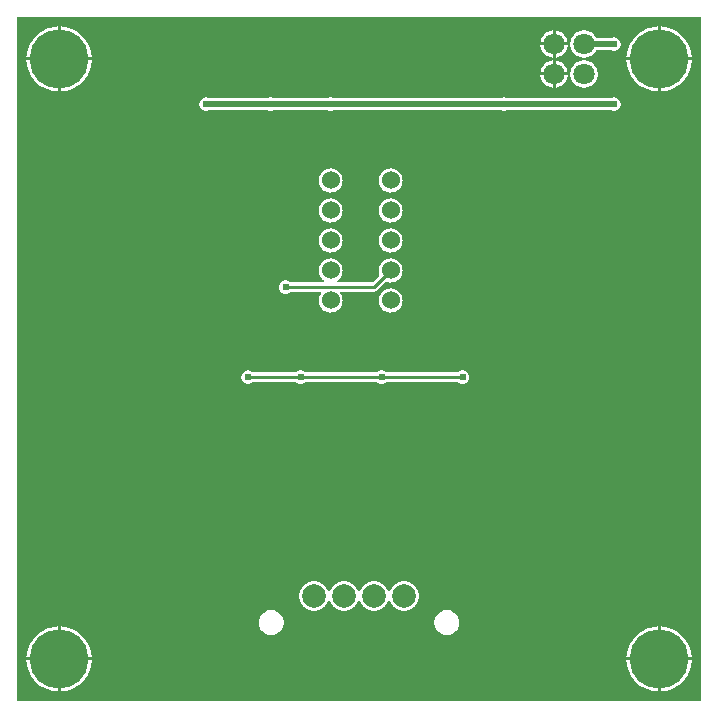
<source format=gbl>
G04 Layer: BottomLayer*
G04 Panelize: , Column: 2, Row: 2, Board Size: 58.42mm x 58.42mm, Panelized Board Size: 118.84mm x 118.84mm*
G04 EasyEDA v6.5.34, 2023-09-07 21:37:19*
G04 37d5d949b0044b0a9540a43f37a93ca3,5a6b42c53f6a479593ecc07194224c93,10*
G04 Gerber Generator version 0.2*
G04 Scale: 100 percent, Rotated: No, Reflected: No *
G04 Dimensions in millimeters *
G04 leading zeros omitted , absolute positions ,4 integer and 5 decimal *
%FSLAX45Y45*%
%MOMM*%

%ADD10C,0.2540*%
%ADD11C,0.5000*%
%ADD12C,1.5240*%
%ADD13C,5.0000*%
%ADD14C,2.0000*%
%ADD15C,1.8000*%
%ADD16C,0.6096*%
%ADD17C,0.0122*%

%LPD*%
G36*
X5805932Y25908D02*
G01*
X36068Y26416D01*
X32156Y27178D01*
X28905Y29362D01*
X26670Y32664D01*
X25908Y36576D01*
X25908Y5805932D01*
X26670Y5809843D01*
X28905Y5813094D01*
X32156Y5815330D01*
X36068Y5816092D01*
X5805932Y5816092D01*
X5809843Y5815330D01*
X5813094Y5813094D01*
X5815330Y5809843D01*
X5816092Y5805932D01*
X5816092Y36068D01*
X5815330Y32207D01*
X5813094Y28905D01*
X5809843Y26670D01*
G37*

%LPC*%
G36*
X3184296Y4076242D02*
G01*
X3197910Y4076700D01*
X3211372Y4078986D01*
X3224377Y4083050D01*
X3236772Y4088790D01*
X3248253Y4096105D01*
X3258667Y4104894D01*
X3267811Y4115003D01*
X3275533Y4126280D01*
X3281679Y4138422D01*
X3286150Y4151325D01*
X3288893Y4164685D01*
X3289757Y4178300D01*
X3288893Y4191914D01*
X3286150Y4205274D01*
X3281679Y4218127D01*
X3275533Y4230319D01*
X3267811Y4241546D01*
X3258667Y4251655D01*
X3248253Y4260494D01*
X3236772Y4267809D01*
X3224377Y4273550D01*
X3211372Y4277614D01*
X3197910Y4279849D01*
X3184296Y4280306D01*
X3170732Y4278934D01*
X3157474Y4275785D01*
X3144723Y4270908D01*
X3132785Y4264355D01*
X3121761Y4256227D01*
X3112008Y4246778D01*
X3103524Y4236059D01*
X3096564Y4224324D01*
X3091281Y4211777D01*
X3087674Y4198620D01*
X3085846Y4185107D01*
X3085846Y4171492D01*
X3087674Y4157979D01*
X3091281Y4144822D01*
X3096564Y4132275D01*
X3103524Y4120540D01*
X3112008Y4109821D01*
X3121761Y4100322D01*
X3132785Y4092244D01*
X3144723Y4085691D01*
X3157474Y4080814D01*
X3170732Y4077614D01*
G37*
G36*
X393700Y105562D02*
G01*
X398322Y105664D01*
X421284Y108051D01*
X443992Y112369D01*
X466242Y118618D01*
X487934Y126644D01*
X508812Y136499D01*
X528828Y148031D01*
X547827Y161239D01*
X565607Y175971D01*
X582117Y192125D01*
X597204Y209600D01*
X610819Y228295D01*
X622757Y248107D01*
X633018Y268782D01*
X641553Y290271D01*
X648208Y312369D01*
X653034Y334975D01*
X655929Y357936D01*
X656336Y368300D01*
X393700Y368300D01*
G37*
G36*
X5448300Y105613D02*
G01*
X5448300Y368300D01*
X5185410Y368300D01*
X5187289Y346405D01*
X5191150Y323646D01*
X5196890Y301244D01*
X5204460Y279450D01*
X5213858Y258317D01*
X5224983Y238099D01*
X5237784Y218846D01*
X5252161Y200710D01*
X5267960Y183896D01*
X5285130Y168402D01*
X5303520Y154432D01*
X5323027Y142087D01*
X5343499Y131368D01*
X5364835Y122428D01*
X5386781Y115265D01*
X5409285Y109982D01*
X5432145Y106629D01*
G37*
G36*
X368300Y105613D02*
G01*
X368300Y368300D01*
X105410Y368300D01*
X107289Y346405D01*
X111150Y323646D01*
X116890Y301244D01*
X124460Y279450D01*
X133858Y258317D01*
X144983Y238099D01*
X157784Y218846D01*
X172161Y200710D01*
X187960Y183896D01*
X205130Y168402D01*
X223520Y154432D01*
X243027Y142087D01*
X263499Y131368D01*
X284835Y122428D01*
X306781Y115265D01*
X329285Y109982D01*
X352145Y106629D01*
G37*
G36*
X393700Y393700D02*
G01*
X656336Y393700D01*
X655929Y404063D01*
X653034Y427024D01*
X648208Y449630D01*
X641553Y471728D01*
X633018Y493217D01*
X622757Y513892D01*
X610819Y533704D01*
X597204Y552348D01*
X582117Y569874D01*
X565607Y586028D01*
X547827Y600760D01*
X528828Y613968D01*
X508812Y625500D01*
X487934Y635355D01*
X466242Y643382D01*
X443992Y649630D01*
X421284Y653948D01*
X398322Y656336D01*
X393700Y656437D01*
G37*
G36*
X5473700Y393700D02*
G01*
X5736336Y393700D01*
X5735929Y404063D01*
X5733034Y427024D01*
X5728208Y449630D01*
X5721553Y471728D01*
X5713018Y493217D01*
X5702757Y513892D01*
X5690819Y533704D01*
X5677204Y552348D01*
X5662117Y569874D01*
X5645607Y586028D01*
X5627827Y600760D01*
X5608828Y613968D01*
X5588812Y625500D01*
X5567934Y635355D01*
X5546242Y643382D01*
X5523992Y649630D01*
X5501284Y653948D01*
X5478322Y656336D01*
X5473700Y656437D01*
G37*
G36*
X5185410Y393700D02*
G01*
X5448300Y393700D01*
X5448300Y656386D01*
X5432145Y655370D01*
X5409285Y652018D01*
X5386781Y646734D01*
X5364835Y639572D01*
X5343499Y630631D01*
X5323027Y619912D01*
X5303520Y607568D01*
X5285130Y593598D01*
X5267960Y578104D01*
X5252161Y561289D01*
X5237784Y543153D01*
X5224983Y523900D01*
X5213858Y503682D01*
X5204460Y482549D01*
X5196890Y460756D01*
X5191150Y438353D01*
X5187289Y415594D01*
G37*
G36*
X105410Y393700D02*
G01*
X368300Y393700D01*
X368300Y656386D01*
X352145Y655370D01*
X329285Y652018D01*
X306781Y646734D01*
X284835Y639572D01*
X263499Y630631D01*
X243027Y619912D01*
X223520Y607568D01*
X205130Y593598D01*
X187960Y578104D01*
X172161Y561289D01*
X157784Y543153D01*
X144983Y523900D01*
X133858Y503682D01*
X124460Y482549D01*
X116890Y460756D01*
X111150Y438353D01*
X107289Y415594D01*
G37*
G36*
X2177440Y583488D02*
G01*
X2191258Y584403D01*
X2204821Y587095D01*
X2217978Y591566D01*
X2230374Y597662D01*
X2241905Y605383D01*
X2252319Y614527D01*
X2261463Y624941D01*
X2269134Y636422D01*
X2275281Y648868D01*
X2279700Y661974D01*
X2282444Y675538D01*
X2283307Y689356D01*
X2282444Y703224D01*
X2279700Y716788D01*
X2275281Y729894D01*
X2269134Y742340D01*
X2261463Y753821D01*
X2252319Y764235D01*
X2241905Y773379D01*
X2230374Y781100D01*
X2217978Y787196D01*
X2204821Y791667D01*
X2191258Y794359D01*
X2177440Y795274D01*
X2163622Y794359D01*
X2150059Y791667D01*
X2136902Y787196D01*
X2124506Y781100D01*
X2112975Y773379D01*
X2102561Y764235D01*
X2093417Y753821D01*
X2085746Y742340D01*
X2079599Y729894D01*
X2075180Y716788D01*
X2072436Y703224D01*
X2071573Y689356D01*
X2072436Y675538D01*
X2075180Y661974D01*
X2079599Y648868D01*
X2085746Y636422D01*
X2093417Y624941D01*
X2102561Y614527D01*
X2112975Y605383D01*
X2124506Y597662D01*
X2136902Y591566D01*
X2150059Y587095D01*
X2163622Y584403D01*
G37*
G36*
X3664559Y583488D02*
G01*
X3678377Y584403D01*
X3691940Y587095D01*
X3705047Y591566D01*
X3717493Y597662D01*
X3728974Y605383D01*
X3739387Y614527D01*
X3748532Y624941D01*
X3756253Y636422D01*
X3762349Y648868D01*
X3766820Y661974D01*
X3769512Y675538D01*
X3770426Y689356D01*
X3769512Y703224D01*
X3766820Y716788D01*
X3762349Y729894D01*
X3756253Y742340D01*
X3748532Y753821D01*
X3739387Y764235D01*
X3728974Y773379D01*
X3717493Y781100D01*
X3705047Y787196D01*
X3691940Y791667D01*
X3678377Y794359D01*
X3664559Y795274D01*
X3650691Y794359D01*
X3637127Y791667D01*
X3624021Y787196D01*
X3611575Y781100D01*
X3600094Y773379D01*
X3589680Y764235D01*
X3580536Y753821D01*
X3572814Y742340D01*
X3566718Y729894D01*
X3562248Y716788D01*
X3559556Y703224D01*
X3558641Y689356D01*
X3559556Y675538D01*
X3562248Y661974D01*
X3566718Y648868D01*
X3572814Y636422D01*
X3580536Y624941D01*
X3589680Y614527D01*
X3600094Y605383D01*
X3611575Y597662D01*
X3624021Y591566D01*
X3637127Y587095D01*
X3650691Y584403D01*
G37*
G36*
X2540000Y788517D02*
G01*
X2555189Y789432D01*
X2570124Y792175D01*
X2584653Y796696D01*
X2598521Y802894D01*
X2611526Y810768D01*
X2623464Y820166D01*
X2634234Y830884D01*
X2643581Y842873D01*
X2651455Y855878D01*
X2657754Y869797D01*
X2659938Y872947D01*
X2663190Y875080D01*
X2667000Y875792D01*
X2670810Y875080D01*
X2674061Y872947D01*
X2676245Y869797D01*
X2682544Y855878D01*
X2690418Y842873D01*
X2699766Y830884D01*
X2710535Y820166D01*
X2722473Y810768D01*
X2735478Y802894D01*
X2749346Y796696D01*
X2763875Y792175D01*
X2778810Y789432D01*
X2794000Y788517D01*
X2809189Y789432D01*
X2824124Y792175D01*
X2838653Y796696D01*
X2852521Y802894D01*
X2865526Y810768D01*
X2877464Y820166D01*
X2888234Y830884D01*
X2897581Y842873D01*
X2905455Y855878D01*
X2911754Y869797D01*
X2913938Y872947D01*
X2917190Y875080D01*
X2921000Y875792D01*
X2924810Y875080D01*
X2928061Y872947D01*
X2930245Y869797D01*
X2936544Y855878D01*
X2944418Y842873D01*
X2953766Y830884D01*
X2964535Y820166D01*
X2976473Y810768D01*
X2989478Y802894D01*
X3003346Y796696D01*
X3017875Y792175D01*
X3032810Y789432D01*
X3048000Y788517D01*
X3063189Y789432D01*
X3078124Y792175D01*
X3092653Y796696D01*
X3106521Y802894D01*
X3119526Y810768D01*
X3131464Y820166D01*
X3142234Y830884D01*
X3151581Y842873D01*
X3159455Y855878D01*
X3165754Y869797D01*
X3167938Y872947D01*
X3171190Y875080D01*
X3175000Y875792D01*
X3178810Y875080D01*
X3182061Y872947D01*
X3184245Y869797D01*
X3190544Y855878D01*
X3198418Y842873D01*
X3207766Y830884D01*
X3218535Y820166D01*
X3230473Y810768D01*
X3243478Y802894D01*
X3257346Y796696D01*
X3271875Y792175D01*
X3286810Y789432D01*
X3302000Y788517D01*
X3317189Y789432D01*
X3332124Y792175D01*
X3346653Y796696D01*
X3360521Y802894D01*
X3373526Y810768D01*
X3385464Y820166D01*
X3396234Y830884D01*
X3405581Y842873D01*
X3413455Y855878D01*
X3419703Y869746D01*
X3424224Y884275D01*
X3426968Y899210D01*
X3427882Y914400D01*
X3426968Y929538D01*
X3424224Y944524D01*
X3419703Y959053D01*
X3413455Y972870D01*
X3405581Y985875D01*
X3396234Y997864D01*
X3385464Y1008634D01*
X3373526Y1017981D01*
X3360521Y1025855D01*
X3346653Y1032103D01*
X3332124Y1036624D01*
X3317189Y1039368D01*
X3302000Y1040282D01*
X3286810Y1039368D01*
X3271875Y1036624D01*
X3257346Y1032103D01*
X3243478Y1025855D01*
X3230473Y1017981D01*
X3218535Y1008634D01*
X3207766Y997864D01*
X3198418Y985875D01*
X3190544Y972870D01*
X3184245Y958951D01*
X3182061Y955802D01*
X3178810Y953719D01*
X3175000Y952957D01*
X3171190Y953719D01*
X3167938Y955802D01*
X3165754Y958951D01*
X3159455Y972870D01*
X3151581Y985875D01*
X3142234Y997864D01*
X3131464Y1008634D01*
X3119526Y1017981D01*
X3106521Y1025855D01*
X3092653Y1032103D01*
X3078124Y1036624D01*
X3063189Y1039368D01*
X3048000Y1040282D01*
X3032810Y1039368D01*
X3017875Y1036624D01*
X3003346Y1032103D01*
X2989478Y1025855D01*
X2976473Y1017981D01*
X2964535Y1008634D01*
X2953766Y997864D01*
X2944418Y985875D01*
X2936544Y972870D01*
X2930245Y958951D01*
X2928061Y955802D01*
X2924810Y953719D01*
X2921000Y952957D01*
X2917190Y953719D01*
X2913938Y955802D01*
X2911754Y958951D01*
X2905455Y972870D01*
X2897581Y985875D01*
X2888234Y997864D01*
X2877464Y1008634D01*
X2865526Y1017981D01*
X2852521Y1025855D01*
X2838653Y1032103D01*
X2824124Y1036624D01*
X2809189Y1039368D01*
X2794000Y1040282D01*
X2778810Y1039368D01*
X2763875Y1036624D01*
X2749346Y1032103D01*
X2735478Y1025855D01*
X2722473Y1017981D01*
X2710535Y1008634D01*
X2699766Y997864D01*
X2690418Y985875D01*
X2682544Y972870D01*
X2676245Y958951D01*
X2674061Y955802D01*
X2670810Y953719D01*
X2667000Y952957D01*
X2663190Y953719D01*
X2659938Y955802D01*
X2657754Y958951D01*
X2651455Y972870D01*
X2643581Y985875D01*
X2634234Y997864D01*
X2623464Y1008634D01*
X2611526Y1017981D01*
X2598521Y1025855D01*
X2584653Y1032103D01*
X2570124Y1036624D01*
X2555189Y1039368D01*
X2540000Y1040282D01*
X2524810Y1039368D01*
X2509875Y1036624D01*
X2495346Y1032103D01*
X2481478Y1025855D01*
X2468473Y1017981D01*
X2456535Y1008634D01*
X2445766Y997864D01*
X2436418Y985875D01*
X2428544Y972870D01*
X2422296Y959053D01*
X2417775Y944524D01*
X2415032Y929538D01*
X2414117Y914400D01*
X2415032Y899210D01*
X2417775Y884275D01*
X2422296Y869746D01*
X2428544Y855878D01*
X2436418Y842873D01*
X2445766Y830884D01*
X2456535Y820166D01*
X2468473Y810768D01*
X2481478Y802894D01*
X2495346Y796696D01*
X2509875Y792175D01*
X2524810Y789432D01*
G37*
G36*
X4584700Y5600700D02*
G01*
X4687112Y5600700D01*
X4686960Y5602528D01*
X4684268Y5616803D01*
X4679746Y5630672D01*
X4673549Y5643829D01*
X4665776Y5656122D01*
X4656480Y5667349D01*
X4645863Y5677306D01*
X4634077Y5685840D01*
X4621326Y5692851D01*
X4607814Y5698236D01*
X4593691Y5701842D01*
X4584700Y5702960D01*
G37*
G36*
X4456887Y5600700D02*
G01*
X4559300Y5600700D01*
X4559300Y5702960D01*
X4550308Y5701842D01*
X4536186Y5698236D01*
X4522673Y5692851D01*
X4509922Y5685840D01*
X4498136Y5677306D01*
X4487519Y5667349D01*
X4478223Y5656122D01*
X4470450Y5643829D01*
X4464253Y5630672D01*
X4459732Y5616803D01*
X4457039Y5602528D01*
G37*
G36*
X105410Y5473700D02*
G01*
X368300Y5473700D01*
X368300Y5736386D01*
X352145Y5735370D01*
X329285Y5732018D01*
X306781Y5726734D01*
X284835Y5719572D01*
X263499Y5710631D01*
X243027Y5699912D01*
X223520Y5687568D01*
X205130Y5673598D01*
X187960Y5658104D01*
X172161Y5641289D01*
X157784Y5623153D01*
X144983Y5603900D01*
X133858Y5583682D01*
X124460Y5562549D01*
X116890Y5540756D01*
X111150Y5518353D01*
X107289Y5495594D01*
G37*
G36*
X5185410Y5473700D02*
G01*
X5448300Y5473700D01*
X5448300Y5736386D01*
X5432145Y5735370D01*
X5409285Y5732018D01*
X5386781Y5726734D01*
X5364835Y5719572D01*
X5343499Y5710631D01*
X5323027Y5699912D01*
X5303520Y5687568D01*
X5285130Y5673598D01*
X5267960Y5658104D01*
X5252161Y5641289D01*
X5237784Y5623153D01*
X5224983Y5603900D01*
X5213858Y5583682D01*
X5204460Y5562549D01*
X5196890Y5540756D01*
X5191150Y5518353D01*
X5187289Y5495594D01*
G37*
G36*
X393700Y5473700D02*
G01*
X656336Y5473700D01*
X655929Y5484063D01*
X653034Y5507024D01*
X648208Y5529630D01*
X641553Y5551728D01*
X633018Y5573217D01*
X622757Y5593892D01*
X610819Y5613704D01*
X597204Y5632348D01*
X582117Y5649874D01*
X565607Y5666028D01*
X547827Y5680760D01*
X528828Y5693968D01*
X508812Y5705500D01*
X487934Y5715355D01*
X466242Y5723382D01*
X443992Y5729630D01*
X421284Y5733948D01*
X398322Y5736336D01*
X393700Y5736437D01*
G37*
G36*
X5473700Y5473700D02*
G01*
X5736336Y5473700D01*
X5735929Y5484063D01*
X5733034Y5507024D01*
X5728208Y5529630D01*
X5721553Y5551728D01*
X5713018Y5573217D01*
X5702757Y5593892D01*
X5690819Y5613704D01*
X5677204Y5632348D01*
X5662117Y5649874D01*
X5645607Y5666028D01*
X5627827Y5680760D01*
X5608828Y5693968D01*
X5588812Y5705500D01*
X5567934Y5715355D01*
X5546242Y5723382D01*
X5523992Y5729630D01*
X5501284Y5733948D01*
X5478322Y5736336D01*
X5473700Y5736437D01*
G37*
G36*
X1981200Y2712262D02*
G01*
X1991004Y2713126D01*
X2000453Y2715666D01*
X2009393Y2719781D01*
X2017420Y2725420D01*
X2018995Y2726994D01*
X2022297Y2729230D01*
X2026157Y2729992D01*
X2380691Y2729992D01*
X2384602Y2729230D01*
X2387904Y2726994D01*
X2389479Y2725420D01*
X2397506Y2719781D01*
X2406446Y2715666D01*
X2415895Y2713126D01*
X2425700Y2712262D01*
X2435504Y2713126D01*
X2444953Y2715666D01*
X2453894Y2719781D01*
X2461920Y2725420D01*
X2463495Y2726994D01*
X2466797Y2729230D01*
X2470658Y2729992D01*
X3066491Y2729992D01*
X3070402Y2729230D01*
X3073704Y2726994D01*
X3075279Y2725420D01*
X3083306Y2719781D01*
X3092246Y2715666D01*
X3101695Y2713126D01*
X3111500Y2712262D01*
X3121304Y2713126D01*
X3130753Y2715666D01*
X3139694Y2719781D01*
X3147720Y2725420D01*
X3149295Y2726994D01*
X3152597Y2729230D01*
X3156458Y2729992D01*
X3752291Y2729992D01*
X3756202Y2729230D01*
X3759504Y2726994D01*
X3761079Y2725420D01*
X3769106Y2719781D01*
X3777996Y2715666D01*
X3787495Y2713126D01*
X3797300Y2712262D01*
X3807053Y2713126D01*
X3816553Y2715666D01*
X3825443Y2719781D01*
X3833520Y2725420D01*
X3840479Y2732379D01*
X3846068Y2740406D01*
X3850233Y2749346D01*
X3852773Y2758795D01*
X3853637Y2768600D01*
X3852773Y2778404D01*
X3850233Y2787853D01*
X3846068Y2796794D01*
X3840479Y2804820D01*
X3833520Y2811780D01*
X3825443Y2817418D01*
X3816553Y2821533D01*
X3807053Y2824073D01*
X3797300Y2824937D01*
X3787495Y2824073D01*
X3777996Y2821533D01*
X3769106Y2817418D01*
X3761079Y2811780D01*
X3759504Y2810154D01*
X3756202Y2807970D01*
X3752291Y2807208D01*
X3156458Y2807208D01*
X3152597Y2807970D01*
X3149295Y2810154D01*
X3147720Y2811780D01*
X3139694Y2817418D01*
X3130753Y2821533D01*
X3121304Y2824073D01*
X3111500Y2824937D01*
X3101695Y2824073D01*
X3092246Y2821533D01*
X3083306Y2817418D01*
X3075279Y2811780D01*
X3073704Y2810154D01*
X3070402Y2807970D01*
X3066491Y2807208D01*
X2470658Y2807208D01*
X2466797Y2807970D01*
X2463495Y2810154D01*
X2461920Y2811780D01*
X2453894Y2817418D01*
X2444953Y2821533D01*
X2435504Y2824073D01*
X2425700Y2824937D01*
X2415895Y2824073D01*
X2406446Y2821533D01*
X2397506Y2817418D01*
X2389479Y2811780D01*
X2387904Y2810154D01*
X2384602Y2807970D01*
X2380691Y2807208D01*
X2026157Y2807208D01*
X2022297Y2807970D01*
X2018995Y2810154D01*
X2017420Y2811780D01*
X2009393Y2817418D01*
X2000453Y2821533D01*
X1991004Y2824073D01*
X1981200Y2824937D01*
X1971395Y2824073D01*
X1961946Y2821533D01*
X1953006Y2817418D01*
X1944979Y2811780D01*
X1938020Y2804820D01*
X1932381Y2796794D01*
X1928266Y2787853D01*
X1925726Y2778404D01*
X1924862Y2768600D01*
X1925726Y2758795D01*
X1928266Y2749346D01*
X1932381Y2740406D01*
X1938020Y2732379D01*
X1944979Y2725420D01*
X1953006Y2719781D01*
X1961946Y2715666D01*
X1971395Y2713126D01*
G37*
G36*
X4559300Y5473039D02*
G01*
X4559300Y5575300D01*
X4456887Y5575300D01*
X4457039Y5573471D01*
X4459732Y5559196D01*
X4464253Y5545328D01*
X4470450Y5532170D01*
X4478223Y5519877D01*
X4487519Y5508650D01*
X4498136Y5498693D01*
X4509922Y5490159D01*
X4522673Y5483148D01*
X4536186Y5477764D01*
X4550308Y5474157D01*
G37*
G36*
X4584700Y5473039D02*
G01*
X4593691Y5474157D01*
X4607814Y5477764D01*
X4621326Y5483148D01*
X4634077Y5490159D01*
X4645863Y5498693D01*
X4656480Y5508650D01*
X4665776Y5519877D01*
X4673549Y5532170D01*
X4679746Y5545328D01*
X4684268Y5559196D01*
X4686960Y5573471D01*
X4687112Y5575300D01*
X4584700Y5575300D01*
G37*
G36*
X4818735Y5472328D02*
G01*
X4833264Y5472328D01*
X4847691Y5474157D01*
X4861814Y5477764D01*
X4875326Y5483148D01*
X4888077Y5490159D01*
X4899863Y5498693D01*
X4910480Y5508650D01*
X4919776Y5519877D01*
X4927701Y5532374D01*
X4929936Y5534914D01*
X4932934Y5536539D01*
X4936286Y5537098D01*
X5054092Y5537098D01*
X5058410Y5536133D01*
X5060746Y5535066D01*
X5070195Y5532526D01*
X5080000Y5531662D01*
X5089804Y5532526D01*
X5099253Y5535066D01*
X5108194Y5539181D01*
X5116220Y5544820D01*
X5123180Y5551779D01*
X5128818Y5559806D01*
X5132933Y5568746D01*
X5135473Y5578195D01*
X5136337Y5588000D01*
X5135473Y5597804D01*
X5132933Y5607253D01*
X5128818Y5616194D01*
X5123180Y5624220D01*
X5116220Y5631180D01*
X5108194Y5636818D01*
X5099253Y5640933D01*
X5089804Y5643473D01*
X5080000Y5644337D01*
X5070195Y5643473D01*
X5060746Y5640933D01*
X5058410Y5639866D01*
X5054092Y5638901D01*
X4936286Y5638901D01*
X4932934Y5639460D01*
X4929936Y5641086D01*
X4927701Y5643626D01*
X4919776Y5656122D01*
X4910480Y5667349D01*
X4899863Y5677306D01*
X4888077Y5685840D01*
X4875326Y5692851D01*
X4861814Y5698236D01*
X4847691Y5701842D01*
X4833264Y5703671D01*
X4818735Y5703671D01*
X4804308Y5701842D01*
X4790186Y5698236D01*
X4776673Y5692851D01*
X4763922Y5685840D01*
X4752136Y5677306D01*
X4741519Y5667349D01*
X4732223Y5656122D01*
X4724450Y5643829D01*
X4718253Y5630672D01*
X4713732Y5616803D01*
X4711039Y5602528D01*
X4710125Y5588000D01*
X4711039Y5573471D01*
X4713732Y5559196D01*
X4718253Y5545328D01*
X4724450Y5532170D01*
X4732223Y5519877D01*
X4741519Y5508650D01*
X4752136Y5498693D01*
X4763922Y5490159D01*
X4776673Y5483148D01*
X4790186Y5477764D01*
X4804308Y5474157D01*
G37*
G36*
X4584700Y5346700D02*
G01*
X4687112Y5346700D01*
X4686960Y5348528D01*
X4684268Y5362803D01*
X4679746Y5376672D01*
X4673549Y5389829D01*
X4665776Y5402122D01*
X4656480Y5413349D01*
X4645863Y5423306D01*
X4634077Y5431840D01*
X4621326Y5438851D01*
X4607814Y5444236D01*
X4593691Y5447842D01*
X4584700Y5448960D01*
G37*
G36*
X4456887Y5346700D02*
G01*
X4559300Y5346700D01*
X4559300Y5448960D01*
X4550308Y5447842D01*
X4536186Y5444236D01*
X4522673Y5438851D01*
X4509922Y5431840D01*
X4498136Y5423306D01*
X4487519Y5413349D01*
X4478223Y5402122D01*
X4470450Y5389829D01*
X4464253Y5376672D01*
X4459732Y5362803D01*
X4457039Y5348528D01*
G37*
G36*
X4559300Y5219039D02*
G01*
X4559300Y5321300D01*
X4456887Y5321300D01*
X4457039Y5319471D01*
X4459732Y5305196D01*
X4464253Y5291328D01*
X4470450Y5278170D01*
X4478223Y5265877D01*
X4487519Y5254650D01*
X4498136Y5244693D01*
X4509922Y5236159D01*
X4522673Y5229148D01*
X4536186Y5223764D01*
X4550308Y5220157D01*
G37*
G36*
X3184296Y3314242D02*
G01*
X3197910Y3314700D01*
X3211372Y3316986D01*
X3224377Y3321050D01*
X3236772Y3326790D01*
X3248253Y3334105D01*
X3258667Y3342894D01*
X3267811Y3353003D01*
X3275533Y3364280D01*
X3281679Y3376422D01*
X3286150Y3389325D01*
X3288893Y3402685D01*
X3289757Y3416300D01*
X3288893Y3429914D01*
X3286150Y3443274D01*
X3281679Y3456127D01*
X3275533Y3468319D01*
X3267811Y3479546D01*
X3258667Y3489655D01*
X3248253Y3498494D01*
X3236772Y3505809D01*
X3224377Y3511550D01*
X3211372Y3515614D01*
X3197910Y3517849D01*
X3184296Y3518306D01*
X3170732Y3516934D01*
X3157474Y3513785D01*
X3144723Y3508908D01*
X3132785Y3502355D01*
X3121761Y3494227D01*
X3112008Y3484778D01*
X3103524Y3474059D01*
X3096564Y3462324D01*
X3091281Y3449777D01*
X3087674Y3436620D01*
X3085846Y3423107D01*
X3085846Y3409492D01*
X3087674Y3395979D01*
X3091281Y3382822D01*
X3096564Y3370275D01*
X3103524Y3358540D01*
X3112008Y3347821D01*
X3121761Y3338322D01*
X3132785Y3330244D01*
X3144723Y3323691D01*
X3157474Y3318814D01*
X3170732Y3315614D01*
G37*
G36*
X2676296Y3314242D02*
G01*
X2689910Y3314700D01*
X2703372Y3316986D01*
X2716377Y3321050D01*
X2728772Y3326790D01*
X2740253Y3334105D01*
X2750667Y3342894D01*
X2759811Y3353003D01*
X2767533Y3364280D01*
X2773680Y3376422D01*
X2778150Y3389325D01*
X2780893Y3402685D01*
X2781757Y3416300D01*
X2780893Y3429914D01*
X2778150Y3443274D01*
X2773680Y3456127D01*
X2767533Y3468319D01*
X2762199Y3476091D01*
X2760573Y3480155D01*
X2760776Y3484524D01*
X2762808Y3488385D01*
X2766314Y3491026D01*
X2770581Y3491992D01*
X3047492Y3491992D01*
X3055518Y3492754D01*
X3062732Y3494989D01*
X3069437Y3498545D01*
X3075635Y3503625D01*
X3143656Y3571646D01*
X3146856Y3573830D01*
X3150666Y3574592D01*
X3154476Y3573932D01*
X3157474Y3572814D01*
X3170732Y3569614D01*
X3184296Y3568242D01*
X3197910Y3568700D01*
X3211372Y3570986D01*
X3224377Y3575050D01*
X3236772Y3580790D01*
X3248253Y3588105D01*
X3258667Y3596894D01*
X3267811Y3607003D01*
X3275533Y3618280D01*
X3281679Y3630422D01*
X3286150Y3643325D01*
X3288893Y3656685D01*
X3289757Y3670300D01*
X3288893Y3683914D01*
X3286150Y3697274D01*
X3281679Y3710127D01*
X3275533Y3722319D01*
X3267811Y3733546D01*
X3258667Y3743655D01*
X3248253Y3752494D01*
X3236772Y3759809D01*
X3224377Y3765550D01*
X3211372Y3769614D01*
X3197910Y3771849D01*
X3184296Y3772306D01*
X3170732Y3770934D01*
X3157474Y3767785D01*
X3144723Y3762908D01*
X3132785Y3756355D01*
X3121761Y3748227D01*
X3112008Y3738778D01*
X3103524Y3728059D01*
X3096564Y3716324D01*
X3091281Y3703777D01*
X3087674Y3690620D01*
X3085846Y3677107D01*
X3085846Y3663492D01*
X3087674Y3649979D01*
X3091535Y3635959D01*
X3091840Y3632454D01*
X3090926Y3628999D01*
X3088894Y3626104D01*
X3034995Y3572154D01*
X3031693Y3569970D01*
X3027781Y3569208D01*
X2745435Y3569208D01*
X2741218Y3570122D01*
X2737764Y3572713D01*
X2735681Y3576523D01*
X2735376Y3580841D01*
X2736900Y3584854D01*
X2740253Y3588105D01*
X2750667Y3596894D01*
X2759811Y3607003D01*
X2767533Y3618280D01*
X2773680Y3630422D01*
X2778150Y3643325D01*
X2780893Y3656685D01*
X2781757Y3670300D01*
X2780893Y3683914D01*
X2778150Y3697274D01*
X2773680Y3710127D01*
X2767533Y3722319D01*
X2759811Y3733546D01*
X2750667Y3743655D01*
X2740253Y3752494D01*
X2728772Y3759809D01*
X2716377Y3765550D01*
X2703372Y3769614D01*
X2689910Y3771849D01*
X2676296Y3772306D01*
X2662732Y3770934D01*
X2649474Y3767785D01*
X2636723Y3762908D01*
X2624785Y3756355D01*
X2613761Y3748227D01*
X2604008Y3738778D01*
X2595524Y3728059D01*
X2588564Y3716324D01*
X2583281Y3703777D01*
X2579674Y3690620D01*
X2577846Y3677107D01*
X2577846Y3663492D01*
X2579674Y3649979D01*
X2583281Y3636822D01*
X2588564Y3624275D01*
X2595524Y3612540D01*
X2604008Y3601821D01*
X2613761Y3592322D01*
X2620314Y3587546D01*
X2623108Y3584397D01*
X2624378Y3580384D01*
X2623921Y3576167D01*
X2621788Y3572560D01*
X2618384Y3570071D01*
X2614269Y3569208D01*
X2343658Y3569208D01*
X2339797Y3569970D01*
X2336495Y3572154D01*
X2334920Y3573779D01*
X2326894Y3579368D01*
X2317953Y3583533D01*
X2308504Y3586073D01*
X2298700Y3586937D01*
X2288895Y3586073D01*
X2279446Y3583533D01*
X2270506Y3579368D01*
X2262479Y3573779D01*
X2255520Y3566820D01*
X2249881Y3558743D01*
X2245766Y3549853D01*
X2243226Y3540353D01*
X2242362Y3530600D01*
X2243226Y3520795D01*
X2245766Y3511296D01*
X2249881Y3502406D01*
X2255520Y3494379D01*
X2262479Y3487420D01*
X2270506Y3481781D01*
X2279446Y3477666D01*
X2288895Y3475075D01*
X2298700Y3474262D01*
X2308504Y3475075D01*
X2317953Y3477666D01*
X2326894Y3481781D01*
X2334920Y3487420D01*
X2336495Y3488994D01*
X2339797Y3491229D01*
X2343658Y3491992D01*
X2588717Y3491992D01*
X2593086Y3490976D01*
X2596642Y3488182D01*
X2598623Y3484118D01*
X2598623Y3479596D01*
X2596692Y3475532D01*
X2595524Y3474059D01*
X2588564Y3462324D01*
X2583281Y3449777D01*
X2579674Y3436620D01*
X2577846Y3423107D01*
X2577846Y3409492D01*
X2579674Y3395979D01*
X2583281Y3382822D01*
X2588564Y3370275D01*
X2595524Y3358540D01*
X2604008Y3347821D01*
X2613761Y3338322D01*
X2624785Y3330244D01*
X2636723Y3323691D01*
X2649474Y3318814D01*
X2662732Y3315614D01*
G37*
G36*
X4584700Y5219039D02*
G01*
X4593691Y5220157D01*
X4607814Y5223764D01*
X4621326Y5229148D01*
X4634077Y5236159D01*
X4645863Y5244693D01*
X4656480Y5254650D01*
X4665776Y5265877D01*
X4673549Y5278170D01*
X4679746Y5291328D01*
X4684268Y5305196D01*
X4686960Y5319471D01*
X4687112Y5321300D01*
X4584700Y5321300D01*
G37*
G36*
X4818735Y5218328D02*
G01*
X4833264Y5218328D01*
X4847691Y5220157D01*
X4861814Y5223764D01*
X4875326Y5229148D01*
X4888077Y5236159D01*
X4899863Y5244693D01*
X4910480Y5254650D01*
X4919776Y5265877D01*
X4927549Y5278170D01*
X4933746Y5291328D01*
X4938268Y5305196D01*
X4940960Y5319471D01*
X4941874Y5334000D01*
X4940960Y5348528D01*
X4938268Y5362803D01*
X4933746Y5376672D01*
X4927549Y5389829D01*
X4919776Y5402122D01*
X4910480Y5413349D01*
X4899863Y5423306D01*
X4888077Y5431840D01*
X4875326Y5438851D01*
X4861814Y5444236D01*
X4847691Y5447842D01*
X4833264Y5449671D01*
X4818735Y5449671D01*
X4804308Y5447842D01*
X4790186Y5444236D01*
X4776673Y5438851D01*
X4763922Y5431840D01*
X4752136Y5423306D01*
X4741519Y5413349D01*
X4732223Y5402122D01*
X4724450Y5389829D01*
X4718253Y5376672D01*
X4713732Y5362803D01*
X4711039Y5348528D01*
X4710125Y5334000D01*
X4711039Y5319471D01*
X4713732Y5305196D01*
X4718253Y5291328D01*
X4724450Y5278170D01*
X4732223Y5265877D01*
X4741519Y5254650D01*
X4752136Y5244693D01*
X4763922Y5236159D01*
X4776673Y5229148D01*
X4790186Y5223764D01*
X4804308Y5220157D01*
G37*
G36*
X368300Y5185613D02*
G01*
X368300Y5448300D01*
X105410Y5448300D01*
X107289Y5426405D01*
X111150Y5403646D01*
X116890Y5381244D01*
X124460Y5359450D01*
X133858Y5338318D01*
X144983Y5318099D01*
X157784Y5298846D01*
X172161Y5280710D01*
X187960Y5263896D01*
X205130Y5248402D01*
X223520Y5234432D01*
X243027Y5222087D01*
X263499Y5211368D01*
X284835Y5202428D01*
X306781Y5195265D01*
X329285Y5189982D01*
X352145Y5186629D01*
G37*
G36*
X5448300Y5185613D02*
G01*
X5448300Y5448300D01*
X5185410Y5448300D01*
X5187289Y5426405D01*
X5191150Y5403646D01*
X5196890Y5381244D01*
X5204460Y5359450D01*
X5213858Y5338318D01*
X5224983Y5318099D01*
X5237784Y5298846D01*
X5252161Y5280710D01*
X5267960Y5263896D01*
X5285130Y5248402D01*
X5303520Y5234432D01*
X5323027Y5222087D01*
X5343499Y5211368D01*
X5364835Y5202428D01*
X5386781Y5195265D01*
X5409285Y5189982D01*
X5432145Y5186629D01*
G37*
G36*
X3184296Y3822242D02*
G01*
X3197910Y3822700D01*
X3211372Y3824986D01*
X3224377Y3829050D01*
X3236772Y3834790D01*
X3248253Y3842105D01*
X3258667Y3850894D01*
X3267811Y3861003D01*
X3275533Y3872280D01*
X3281679Y3884422D01*
X3286150Y3897325D01*
X3288893Y3910685D01*
X3289757Y3924300D01*
X3288893Y3937914D01*
X3286150Y3951274D01*
X3281679Y3964127D01*
X3275533Y3976319D01*
X3267811Y3987546D01*
X3258667Y3997655D01*
X3248253Y4006494D01*
X3236772Y4013809D01*
X3224377Y4019550D01*
X3211372Y4023614D01*
X3197910Y4025849D01*
X3184296Y4026306D01*
X3170732Y4024934D01*
X3157474Y4021785D01*
X3144723Y4016908D01*
X3132785Y4010355D01*
X3121761Y4002227D01*
X3112008Y3992778D01*
X3103524Y3982059D01*
X3096564Y3970324D01*
X3091281Y3957777D01*
X3087674Y3944620D01*
X3085846Y3931107D01*
X3085846Y3917492D01*
X3087674Y3903979D01*
X3091281Y3890822D01*
X3096564Y3878275D01*
X3103524Y3866540D01*
X3112008Y3855821D01*
X3121761Y3846322D01*
X3132785Y3838244D01*
X3144723Y3831691D01*
X3157474Y3826814D01*
X3170732Y3823614D01*
G37*
G36*
X2676296Y3822242D02*
G01*
X2689910Y3822700D01*
X2703372Y3824986D01*
X2716377Y3829050D01*
X2728772Y3834790D01*
X2740253Y3842105D01*
X2750667Y3850894D01*
X2759811Y3861003D01*
X2767533Y3872280D01*
X2773680Y3884422D01*
X2778150Y3897325D01*
X2780893Y3910685D01*
X2781757Y3924300D01*
X2780893Y3937914D01*
X2778150Y3951274D01*
X2773680Y3964127D01*
X2767533Y3976319D01*
X2759811Y3987546D01*
X2750667Y3997655D01*
X2740253Y4006494D01*
X2728772Y4013809D01*
X2716377Y4019550D01*
X2703372Y4023614D01*
X2689910Y4025849D01*
X2676296Y4026306D01*
X2662732Y4024934D01*
X2649474Y4021785D01*
X2636723Y4016908D01*
X2624785Y4010355D01*
X2613761Y4002227D01*
X2604008Y3992778D01*
X2595524Y3982059D01*
X2588564Y3970324D01*
X2583281Y3957777D01*
X2579674Y3944620D01*
X2577846Y3931107D01*
X2577846Y3917492D01*
X2579674Y3903979D01*
X2583281Y3890822D01*
X2588564Y3878275D01*
X2595524Y3866540D01*
X2604008Y3855821D01*
X2613761Y3846322D01*
X2624785Y3838244D01*
X2636723Y3831691D01*
X2649474Y3826814D01*
X2662732Y3823614D01*
G37*
G36*
X5473700Y105562D02*
G01*
X5478322Y105664D01*
X5501284Y108051D01*
X5523992Y112369D01*
X5546242Y118618D01*
X5567934Y126644D01*
X5588812Y136499D01*
X5608828Y148031D01*
X5627827Y161239D01*
X5645607Y175971D01*
X5662117Y192125D01*
X5677204Y209600D01*
X5690819Y228295D01*
X5702757Y248107D01*
X5713018Y268782D01*
X5721553Y290271D01*
X5728208Y312369D01*
X5733034Y334975D01*
X5735929Y357936D01*
X5736336Y368300D01*
X5473700Y368300D01*
G37*
G36*
X2676296Y4076242D02*
G01*
X2689910Y4076700D01*
X2703372Y4078986D01*
X2716377Y4083050D01*
X2728772Y4088790D01*
X2740253Y4096105D01*
X2750667Y4104894D01*
X2759811Y4115003D01*
X2767533Y4126280D01*
X2773680Y4138422D01*
X2778150Y4151325D01*
X2780893Y4164685D01*
X2781757Y4178300D01*
X2780893Y4191914D01*
X2778150Y4205274D01*
X2773680Y4218127D01*
X2767533Y4230319D01*
X2759811Y4241546D01*
X2750667Y4251655D01*
X2740253Y4260494D01*
X2728772Y4267809D01*
X2716377Y4273550D01*
X2703372Y4277614D01*
X2689910Y4279849D01*
X2676296Y4280306D01*
X2662732Y4278934D01*
X2649474Y4275785D01*
X2636723Y4270908D01*
X2624785Y4264355D01*
X2613761Y4256227D01*
X2604008Y4246778D01*
X2595524Y4236059D01*
X2588564Y4224324D01*
X2583281Y4211777D01*
X2579674Y4198620D01*
X2577846Y4185107D01*
X2577846Y4171492D01*
X2579674Y4157979D01*
X2583281Y4144822D01*
X2588564Y4132275D01*
X2595524Y4120540D01*
X2604008Y4109821D01*
X2613761Y4100322D01*
X2624785Y4092244D01*
X2636723Y4085691D01*
X2649474Y4080814D01*
X2662732Y4077614D01*
G37*
G36*
X2676296Y4330242D02*
G01*
X2689910Y4330700D01*
X2703372Y4332986D01*
X2716377Y4337050D01*
X2728772Y4342790D01*
X2740253Y4350105D01*
X2750667Y4358894D01*
X2759811Y4369003D01*
X2767533Y4380280D01*
X2773680Y4392422D01*
X2778150Y4405325D01*
X2780893Y4418685D01*
X2781757Y4432300D01*
X2780893Y4445914D01*
X2778150Y4459274D01*
X2773680Y4472127D01*
X2767533Y4484319D01*
X2759811Y4495546D01*
X2750667Y4505655D01*
X2740253Y4514494D01*
X2728772Y4521809D01*
X2716377Y4527550D01*
X2703372Y4531614D01*
X2689910Y4533849D01*
X2676296Y4534306D01*
X2662732Y4532934D01*
X2649474Y4529785D01*
X2636723Y4524908D01*
X2624785Y4518355D01*
X2613761Y4510227D01*
X2604008Y4500778D01*
X2595524Y4490059D01*
X2588564Y4478324D01*
X2583281Y4465777D01*
X2579674Y4452620D01*
X2577846Y4439107D01*
X2577846Y4425492D01*
X2579674Y4411980D01*
X2583281Y4398822D01*
X2588564Y4386275D01*
X2595524Y4374540D01*
X2604008Y4363821D01*
X2613761Y4354322D01*
X2624785Y4346244D01*
X2636723Y4339691D01*
X2649474Y4334814D01*
X2662732Y4331614D01*
G37*
G36*
X3184296Y4330242D02*
G01*
X3197910Y4330700D01*
X3211372Y4332986D01*
X3224377Y4337050D01*
X3236772Y4342790D01*
X3248253Y4350105D01*
X3258667Y4358894D01*
X3267811Y4369003D01*
X3275533Y4380280D01*
X3281679Y4392422D01*
X3286150Y4405325D01*
X3288893Y4418685D01*
X3289757Y4432300D01*
X3288893Y4445914D01*
X3286150Y4459274D01*
X3281679Y4472127D01*
X3275533Y4484319D01*
X3267811Y4495546D01*
X3258667Y4505655D01*
X3248253Y4514494D01*
X3236772Y4521809D01*
X3224377Y4527550D01*
X3211372Y4531614D01*
X3197910Y4533849D01*
X3184296Y4534306D01*
X3170732Y4532934D01*
X3157474Y4529785D01*
X3144723Y4524908D01*
X3132785Y4518355D01*
X3121761Y4510227D01*
X3112008Y4500778D01*
X3103524Y4490059D01*
X3096564Y4478324D01*
X3091281Y4465777D01*
X3087674Y4452620D01*
X3085846Y4439107D01*
X3085846Y4425492D01*
X3087674Y4411980D01*
X3091281Y4398822D01*
X3096564Y4386275D01*
X3103524Y4374540D01*
X3112008Y4363821D01*
X3121761Y4354322D01*
X3132785Y4346244D01*
X3144723Y4339691D01*
X3157474Y4334814D01*
X3170732Y4331614D01*
G37*
G36*
X5080000Y5023612D02*
G01*
X5089804Y5024475D01*
X5099253Y5027015D01*
X5108194Y5031181D01*
X5116220Y5036820D01*
X5123180Y5043728D01*
X5128818Y5051806D01*
X5132933Y5060696D01*
X5135473Y5070195D01*
X5136337Y5079949D01*
X5135473Y5089753D01*
X5132933Y5099253D01*
X5128818Y5108143D01*
X5123180Y5116220D01*
X5116220Y5123129D01*
X5108194Y5128768D01*
X5099253Y5132933D01*
X5089804Y5135473D01*
X5080000Y5136337D01*
X5070195Y5135473D01*
X5060746Y5132933D01*
X5058410Y5131866D01*
X5054142Y5130901D01*
X4174998Y5130901D01*
X4170679Y5131866D01*
X4168343Y5132933D01*
X4158894Y5135473D01*
X4149090Y5136337D01*
X4139285Y5135473D01*
X4129836Y5132933D01*
X4127500Y5131866D01*
X4123182Y5130901D01*
X2705608Y5130901D01*
X2701290Y5131866D01*
X2698953Y5132933D01*
X2689504Y5135473D01*
X2679700Y5136337D01*
X2669895Y5135473D01*
X2660446Y5132933D01*
X2658059Y5131866D01*
X2653792Y5130901D01*
X2197557Y5130901D01*
X2193290Y5131866D01*
X2190953Y5132933D01*
X2181504Y5135473D01*
X2171700Y5136337D01*
X2161895Y5135473D01*
X2152446Y5132933D01*
X2150110Y5131866D01*
X2145792Y5130901D01*
X1651507Y5130901D01*
X1647189Y5131866D01*
X1644853Y5132933D01*
X1635404Y5135473D01*
X1625600Y5136337D01*
X1615795Y5135473D01*
X1606346Y5132933D01*
X1597406Y5128768D01*
X1589379Y5123129D01*
X1582420Y5116220D01*
X1576781Y5108143D01*
X1572666Y5099253D01*
X1570126Y5089753D01*
X1569262Y5080000D01*
X1570126Y5070195D01*
X1572666Y5060696D01*
X1576781Y5051806D01*
X1582420Y5043779D01*
X1589379Y5036820D01*
X1597406Y5031181D01*
X1606346Y5027015D01*
X1615795Y5024475D01*
X1625600Y5023662D01*
X1635404Y5024475D01*
X1644853Y5027015D01*
X1647189Y5028133D01*
X1651507Y5029098D01*
X2145792Y5029098D01*
X2150110Y5028133D01*
X2152446Y5027015D01*
X2161895Y5024475D01*
X2171700Y5023662D01*
X2181504Y5024475D01*
X2190953Y5027015D01*
X2193340Y5028133D01*
X2197608Y5029098D01*
X2653792Y5029098D01*
X2658059Y5028133D01*
X2660446Y5027015D01*
X2669895Y5024475D01*
X2679700Y5023662D01*
X2689504Y5024475D01*
X2698953Y5027015D01*
X2701290Y5028133D01*
X2705608Y5029098D01*
X4123182Y5029098D01*
X4127500Y5028133D01*
X4129836Y5027015D01*
X4139285Y5024475D01*
X4149090Y5023662D01*
X4158894Y5024475D01*
X4168343Y5027015D01*
X4170679Y5028133D01*
X4174998Y5029098D01*
X5054092Y5029098D01*
X5058359Y5028133D01*
X5060746Y5027015D01*
X5070195Y5024475D01*
G37*
G36*
X393700Y5185562D02*
G01*
X398322Y5185664D01*
X421284Y5188051D01*
X443992Y5192369D01*
X466242Y5198618D01*
X487934Y5206644D01*
X508812Y5216499D01*
X528828Y5228031D01*
X547827Y5241239D01*
X565607Y5255971D01*
X582117Y5272125D01*
X597204Y5289600D01*
X610819Y5308295D01*
X622757Y5328107D01*
X633018Y5348782D01*
X641553Y5370271D01*
X648208Y5392369D01*
X653034Y5414975D01*
X655929Y5437936D01*
X656336Y5448300D01*
X393700Y5448300D01*
G37*
G36*
X5473700Y5185562D02*
G01*
X5478322Y5185664D01*
X5501284Y5188051D01*
X5523992Y5192369D01*
X5546242Y5198618D01*
X5567934Y5206644D01*
X5588812Y5216499D01*
X5608828Y5228031D01*
X5627827Y5241239D01*
X5645607Y5255971D01*
X5662117Y5272125D01*
X5677204Y5289600D01*
X5690819Y5308295D01*
X5702757Y5328107D01*
X5713018Y5348782D01*
X5721553Y5370271D01*
X5728208Y5392369D01*
X5733034Y5414975D01*
X5735929Y5437936D01*
X5736336Y5448300D01*
X5473700Y5448300D01*
G37*

%LPD*%
D10*
X2298694Y3530592D02*
G01*
X3047997Y3530592D01*
X3187694Y3670289D01*
D11*
X4826000Y5588000D02*
G01*
X5079987Y5588000D01*
X5079987Y5079987D02*
G01*
X4149090Y5079989D01*
X2171700Y5080000D02*
G01*
X2679694Y5079989D01*
X4149090Y5079989D01*
D10*
X1981194Y2768594D02*
G01*
X2425694Y2768594D01*
X2425694Y2768594D02*
G01*
X3111494Y2768594D01*
X3111494Y2768594D02*
G01*
X3797292Y2768594D01*
D11*
X1625600Y5079987D02*
G01*
X2171700Y5079987D01*
D12*
G01*
X2679700Y4432300D03*
G01*
X2679700Y4178300D03*
G01*
X2679700Y3924300D03*
G01*
X2679700Y3670300D03*
G01*
X2679700Y3416300D03*
G01*
X3187700Y3416300D03*
G01*
X3187700Y3670300D03*
G01*
X3187700Y3924300D03*
G01*
X3187700Y4178300D03*
G01*
X3187700Y4432300D03*
D13*
G01*
X381000Y5461000D03*
G01*
X5461000Y5461000D03*
G01*
X5461000Y381000D03*
G01*
X381000Y381000D03*
D14*
G01*
X3048000Y914400D03*
G01*
X2794000Y914400D03*
G01*
X2540000Y914400D03*
G01*
X3302000Y914400D03*
D15*
G01*
X4826000Y5588000D03*
G01*
X4826000Y5334000D03*
G01*
X4572000Y5334000D03*
G01*
X4572000Y5588000D03*
D16*
G01*
X5080000Y5079974D03*
G01*
X5080000Y5588000D03*
G01*
X2921000Y1041400D03*
G01*
X2565400Y2184400D03*
G01*
X3251200Y2184400D03*
G01*
X3937000Y2184400D03*
G01*
X2298700Y3530600D03*
G01*
X2171700Y5079974D03*
G01*
X4149090Y5080000D03*
G01*
X2679700Y5080000D03*
G01*
X2425700Y2768600D03*
G01*
X1981200Y2768600D03*
G01*
X1625600Y5079974D03*
G01*
X3111500Y2768600D03*
G01*
X3797300Y2768600D03*
G01*
X3276600Y4038600D03*
M02*

</source>
